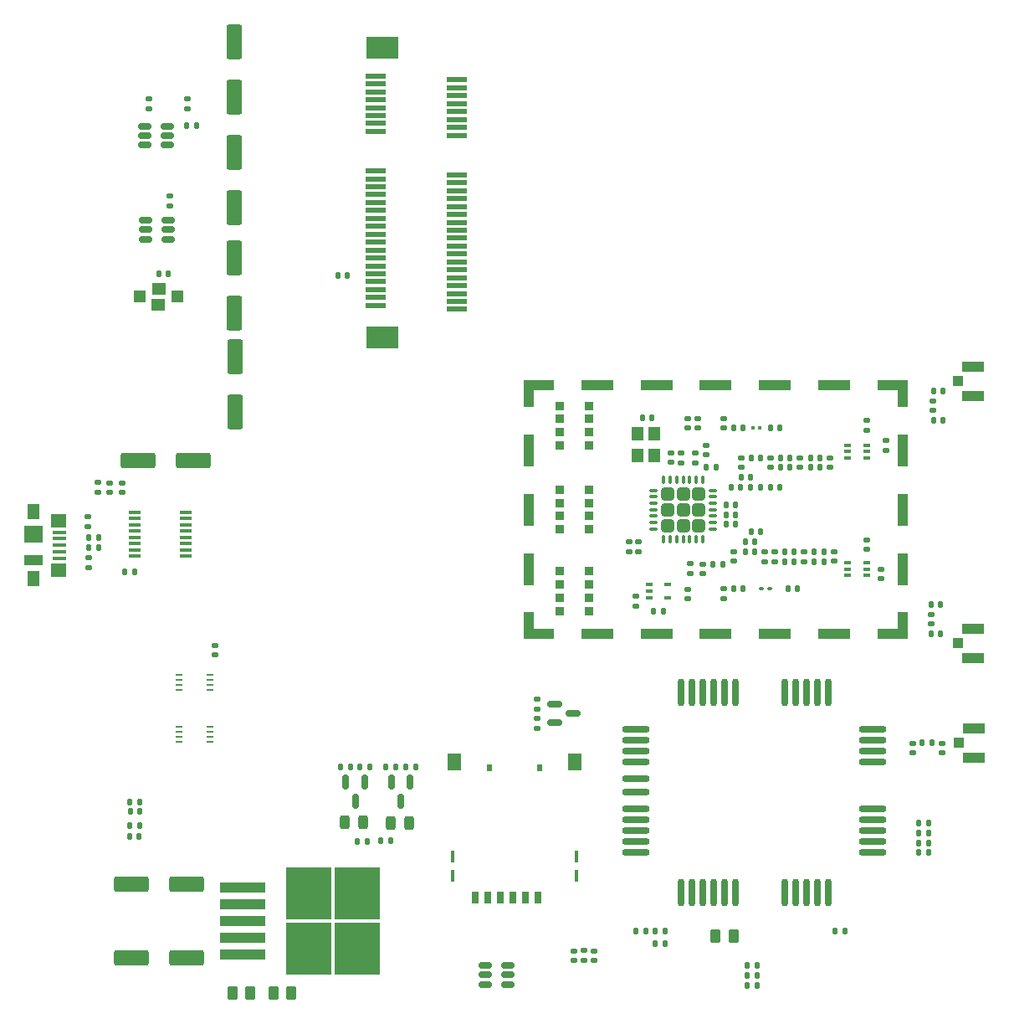
<source format=gtp>
%TF.GenerationSoftware,KiCad,Pcbnew,6.0.4-6f826c9f35~116~ubuntu18.04.1*%
%TF.CreationDate,2022-03-28T11:59:59-03:00*%
%TF.ProjectId,CommBoard,436f6d6d-426f-4617-9264-2e6b69636164,rev?*%
%TF.SameCoordinates,Original*%
%TF.FileFunction,Paste,Top*%
%TF.FilePolarity,Positive*%
%FSLAX46Y46*%
G04 Gerber Fmt 4.6, Leading zero omitted, Abs format (unit mm)*
G04 Created by KiCad (PCBNEW 6.0.4-6f826c9f35~116~ubuntu18.04.1) date 2022-03-28 11:59:59*
%MOMM*%
%LPD*%
G01*
G04 APERTURE LIST*
G04 Aperture macros list*
%AMRoundRect*
0 Rectangle with rounded corners*
0 $1 Rounding radius*
0 $2 $3 $4 $5 $6 $7 $8 $9 X,Y pos of 4 corners*
0 Add a 4 corners polygon primitive as box body*
4,1,4,$2,$3,$4,$5,$6,$7,$8,$9,$2,$3,0*
0 Add four circle primitives for the rounded corners*
1,1,$1+$1,$2,$3*
1,1,$1+$1,$4,$5*
1,1,$1+$1,$6,$7*
1,1,$1+$1,$8,$9*
0 Add four rect primitives between the rounded corners*
20,1,$1+$1,$2,$3,$4,$5,0*
20,1,$1+$1,$4,$5,$6,$7,0*
20,1,$1+$1,$6,$7,$8,$9,0*
20,1,$1+$1,$8,$9,$2,$3,0*%
G04 Aperture macros list end*
%ADD10RoundRect,0.140000X0.170000X-0.140000X0.170000X0.140000X-0.170000X0.140000X-0.170000X-0.140000X0*%
%ADD11R,0.900000X0.900000*%
%ADD12RoundRect,0.147500X-0.172500X0.147500X-0.172500X-0.147500X0.172500X-0.147500X0.172500X0.147500X0*%
%ADD13RoundRect,0.250000X1.500000X0.550000X-1.500000X0.550000X-1.500000X-0.550000X1.500000X-0.550000X0*%
%ADD14RoundRect,0.140000X-0.170000X0.140000X-0.170000X-0.140000X0.170000X-0.140000X0.170000X0.140000X0*%
%ADD15RoundRect,0.250000X0.550000X-1.500000X0.550000X1.500000X-0.550000X1.500000X-0.550000X-1.500000X0*%
%ADD16O,2.800000X0.675000*%
%ADD17O,0.675000X2.800000*%
%ADD18RoundRect,0.250000X-0.550000X1.500000X-0.550000X-1.500000X0.550000X-1.500000X0.550000X1.500000X0*%
%ADD19RoundRect,0.135000X0.185000X-0.135000X0.185000X0.135000X-0.185000X0.135000X-0.185000X-0.135000X0*%
%ADD20RoundRect,0.150000X0.512500X0.150000X-0.512500X0.150000X-0.512500X-0.150000X0.512500X-0.150000X0*%
%ADD21RoundRect,0.140000X-0.140000X-0.170000X0.140000X-0.170000X0.140000X0.170000X-0.140000X0.170000X0*%
%ADD22RoundRect,0.135000X-0.135000X-0.185000X0.135000X-0.185000X0.135000X0.185000X-0.135000X0.185000X0*%
%ADD23RoundRect,0.250000X0.262500X0.450000X-0.262500X0.450000X-0.262500X-0.450000X0.262500X-0.450000X0*%
%ADD24RoundRect,0.150000X-0.150000X0.587500X-0.150000X-0.587500X0.150000X-0.587500X0.150000X0.587500X0*%
%ADD25RoundRect,0.250000X-1.500000X-0.550000X1.500000X-0.550000X1.500000X0.550000X-1.500000X0.550000X0*%
%ADD26RoundRect,0.147500X-0.147500X-0.172500X0.147500X-0.172500X0.147500X0.172500X-0.147500X0.172500X0*%
%ADD27RoundRect,0.150000X-0.587500X-0.150000X0.587500X-0.150000X0.587500X0.150000X-0.587500X0.150000X0*%
%ADD28R,1.200000X0.400000*%
%ADD29R,1.380000X0.450000*%
%ADD30R,1.550000X1.425000*%
%ADD31R,1.300000X1.650000*%
%ADD32R,1.900000X1.000000*%
%ADD33R,1.900000X1.800000*%
%ADD34RoundRect,0.140000X0.140000X0.170000X-0.140000X0.170000X-0.140000X-0.170000X0.140000X-0.170000X0*%
%ADD35RoundRect,0.135000X0.135000X0.185000X-0.135000X0.185000X-0.135000X-0.185000X0.135000X-0.185000X0*%
%ADD36RoundRect,0.147500X0.172500X-0.147500X0.172500X0.147500X-0.172500X0.147500X-0.172500X-0.147500X0*%
%ADD37R,0.700000X0.400000*%
%ADD38RoundRect,0.147500X0.147500X0.172500X-0.147500X0.172500X-0.147500X-0.172500X0.147500X-0.172500X0*%
%ADD39R,1.050000X1.000000*%
%ADD40R,2.200000X1.050000*%
%ADD41RoundRect,0.150000X-0.512500X-0.150000X0.512500X-0.150000X0.512500X0.150000X-0.512500X0.150000X0*%
%ADD42R,2.000000X0.600000*%
%ADD43R,3.200000X2.300000*%
%ADD44R,0.750000X0.250000*%
%ADD45R,0.650000X0.400000*%
%ADD46RoundRect,0.135000X-0.185000X0.135000X-0.185000X-0.135000X0.185000X-0.135000X0.185000X0.135000X0*%
%ADD47R,0.650000X1.150000*%
%ADD48R,0.540000X0.800000*%
%ADD49R,0.450000X1.300000*%
%ADD50R,1.400000X1.700000*%
%ADD51RoundRect,0.249999X-0.395001X0.395001X-0.395001X-0.395001X0.395001X-0.395001X0.395001X0.395001X0*%
%ADD52RoundRect,0.075000X-0.075000X0.312500X-0.075000X-0.312500X0.075000X-0.312500X0.075000X0.312500X0*%
%ADD53RoundRect,0.075000X-0.312500X0.075000X-0.312500X-0.075000X0.312500X-0.075000X0.312500X0.075000X0*%
%ADD54RoundRect,0.250000X-0.262500X-0.450000X0.262500X-0.450000X0.262500X0.450000X-0.262500X0.450000X0*%
%ADD55R,1.200000X1.300000*%
%ADD56R,1.400000X1.300000*%
%ADD57R,4.550000X5.250000*%
%ADD58R,4.600000X1.100000*%
%ADD59RoundRect,0.243750X0.243750X0.456250X-0.243750X0.456250X-0.243750X-0.456250X0.243750X-0.456250X0*%
%ADD60R,1.000000X1.750000*%
%ADD61R,3.300000X1.000000*%
%ADD62R,1.000000X1.000000*%
%ADD63R,1.000000X3.300000*%
%ADD64R,2.100000X1.000000*%
%ADD65R,1.200000X1.400000*%
%ADD66RoundRect,0.090000X-0.139000X-0.090000X0.139000X-0.090000X0.139000X0.090000X-0.139000X0.090000X0*%
%ADD67RoundRect,0.079500X-0.079500X-0.100500X0.079500X-0.100500X0.079500X0.100500X-0.079500X0.100500X0*%
G04 APERTURE END LIST*
D10*
%TO.C,C26*%
X87974744Y-118106233D03*
X87974744Y-117146233D03*
%TD*%
D11*
%TO.C,RN1*%
X84524744Y-62026233D03*
X84524744Y-63366233D03*
X84524744Y-64686233D03*
X84524744Y-66026233D03*
X87524744Y-66026233D03*
X87524744Y-64686233D03*
X87524744Y-63366233D03*
X87524744Y-62026233D03*
%TD*%
D12*
%TO.C,L9*%
X105274744Y-76806233D03*
X105274744Y-77776233D03*
%TD*%
D13*
%TO.C,C21*%
X46774744Y-117876233D03*
X41174744Y-117876233D03*
%TD*%
D14*
%TO.C,C43*%
X97524744Y-80566233D03*
X97524744Y-81526233D03*
%TD*%
D15*
%TO.C,C14*%
X51624744Y-52676233D03*
X51624744Y-47076233D03*
%TD*%
D16*
%TO.C,U8*%
X92274744Y-106076233D03*
X92274744Y-96976233D03*
X92274744Y-98076233D03*
X92274744Y-95876233D03*
X92274744Y-94776233D03*
X92274744Y-99776233D03*
X92274744Y-103876233D03*
D17*
X100124744Y-91026233D03*
X108424744Y-111226233D03*
D16*
X116174744Y-106076233D03*
X92274744Y-107176233D03*
X92274744Y-104976233D03*
X92274744Y-102776233D03*
D17*
X97924744Y-111226233D03*
X107324744Y-111226233D03*
D16*
X92274744Y-101076233D03*
D17*
X99024744Y-91026233D03*
X101224744Y-111226233D03*
X96824744Y-111226233D03*
X102324744Y-111226233D03*
D16*
X116174744Y-104976233D03*
X116174744Y-94776233D03*
D17*
X97924744Y-91026233D03*
D16*
X116174744Y-102776233D03*
D17*
X109524744Y-111226233D03*
D16*
X116174744Y-98076233D03*
X116174744Y-95876233D03*
D17*
X100124744Y-111226233D03*
X108424744Y-91026233D03*
X101224744Y-91026233D03*
X110624744Y-91026233D03*
D16*
X116174744Y-103876233D03*
D17*
X111724744Y-91026233D03*
X111724744Y-111226233D03*
X96824744Y-91026233D03*
X99024744Y-111226233D03*
D16*
X116174744Y-107176233D03*
X116174744Y-96976233D03*
D17*
X102324744Y-91026233D03*
X107324744Y-91026233D03*
X109524744Y-91026233D03*
X110624744Y-111226233D03*
%TD*%
D18*
%TO.C,C16*%
X51674744Y-57026233D03*
X51674744Y-62626233D03*
%TD*%
D10*
%TO.C,C39*%
X98524744Y-64276233D03*
X98524744Y-63316233D03*
%TD*%
D19*
%TO.C,R3*%
X46874744Y-32036233D03*
X46874744Y-31016233D03*
%TD*%
D20*
%TO.C,U4*%
X44812244Y-35676233D03*
X44812244Y-34726233D03*
X44812244Y-33776233D03*
X42537244Y-33776233D03*
X42537244Y-34726233D03*
X42537244Y-35676233D03*
%TD*%
D21*
%TO.C,C60*%
X107644744Y-80526233D03*
X108604744Y-80526233D03*
%TD*%
D22*
%TO.C,R2*%
X41014744Y-104476233D03*
X42034744Y-104476233D03*
%TD*%
D14*
%TO.C,C6*%
X37774744Y-69791233D03*
X37774744Y-70751233D03*
%TD*%
%TO.C,C5*%
X38974744Y-69811233D03*
X38974744Y-70771233D03*
%TD*%
D21*
%TO.C,C49*%
X102124744Y-64276233D03*
X103084744Y-64276233D03*
%TD*%
%TO.C,C25*%
X120894744Y-107226233D03*
X121854744Y-107226233D03*
%TD*%
D22*
%TO.C,R7*%
X36864744Y-75326233D03*
X37884744Y-75326233D03*
%TD*%
D23*
%TO.C,R17*%
X102137244Y-115626233D03*
X100312244Y-115626233D03*
%TD*%
D24*
%TO.C,Q2*%
X69387244Y-100113733D03*
X67487244Y-100113733D03*
X68437244Y-101988733D03*
%TD*%
D25*
%TO.C,C8*%
X41824744Y-67526233D03*
X47424744Y-67526233D03*
%TD*%
D26*
%TO.C,L8*%
X103889744Y-67276233D03*
X104859744Y-67276233D03*
%TD*%
D10*
%TO.C,C7*%
X36824744Y-74226233D03*
X36824744Y-73266233D03*
%TD*%
D22*
%TO.C,R26*%
X64017244Y-106051233D03*
X65037244Y-106051233D03*
%TD*%
D10*
%TO.C,C70*%
X117054744Y-79526233D03*
X117054744Y-78566233D03*
%TD*%
D21*
%TO.C,C58*%
X105874744Y-64276233D03*
X106834744Y-64276233D03*
%TD*%
%TO.C,C28*%
X112414744Y-115176233D03*
X113374744Y-115176233D03*
%TD*%
D27*
%TO.C,Q1*%
X84037244Y-92176233D03*
X84037244Y-94076233D03*
X85912244Y-93126233D03*
%TD*%
D14*
%TO.C,C67*%
X111904744Y-67316233D03*
X111904744Y-68276233D03*
%TD*%
D28*
%TO.C,U5*%
X41524744Y-72803733D03*
X41524744Y-73438733D03*
X41524744Y-74073733D03*
X41524744Y-74708733D03*
X41524744Y-75343733D03*
X41524744Y-75978733D03*
X41524744Y-76613733D03*
X41524744Y-77248733D03*
X46724744Y-77248733D03*
X46724744Y-76613733D03*
X46724744Y-75978733D03*
X46724744Y-75343733D03*
X46724744Y-74708733D03*
X46724744Y-74073733D03*
X46724744Y-73438733D03*
X46724744Y-72803733D03*
%TD*%
D14*
%TO.C,C19*%
X123224744Y-96146233D03*
X123224744Y-97106233D03*
%TD*%
D22*
%TO.C,R24*%
X64327244Y-98551233D03*
X65347244Y-98551233D03*
%TD*%
D21*
%TO.C,C22*%
X120894744Y-104226233D03*
X121854744Y-104226233D03*
%TD*%
D29*
%TO.C,J2*%
X33934744Y-74826233D03*
X33934744Y-75476233D03*
X33934744Y-76126233D03*
X33934744Y-76776233D03*
X33934744Y-77426233D03*
D30*
X33849744Y-73638733D03*
D31*
X31274744Y-72751233D03*
X31274744Y-79501233D03*
D32*
X31274744Y-77676233D03*
D33*
X31274744Y-74976233D03*
D30*
X33849744Y-78613733D03*
%TD*%
D10*
%TO.C,C34*%
X115624744Y-64481233D03*
X115624744Y-63521233D03*
%TD*%
D21*
%TO.C,C65*%
X109924744Y-68276233D03*
X110884744Y-68276233D03*
%TD*%
D18*
%TO.C,C4*%
X51574744Y-25226233D03*
X51574744Y-30826233D03*
%TD*%
D21*
%TO.C,C62*%
X107294744Y-76776233D03*
X108254744Y-76776233D03*
%TD*%
D34*
%TO.C,C2*%
X41984744Y-105576233D03*
X41024744Y-105576233D03*
%TD*%
D35*
%TO.C,R1*%
X42024744Y-102076233D03*
X41004744Y-102076233D03*
%TD*%
D22*
%TO.C,R8*%
X36874744Y-76376233D03*
X37894744Y-76376233D03*
%TD*%
D36*
%TO.C,L4*%
X99374744Y-66996233D03*
X99374744Y-66026233D03*
%TD*%
D19*
%TO.C,R4*%
X42974744Y-32026233D03*
X42974744Y-31006233D03*
%TD*%
D14*
%TO.C,C63*%
X108874744Y-67296233D03*
X108874744Y-68256233D03*
%TD*%
D35*
%TO.C,R14*%
X95244744Y-116376233D03*
X94224744Y-116376233D03*
%TD*%
D10*
%TO.C,C17*%
X49624744Y-87206233D03*
X49624744Y-86246233D03*
%TD*%
D37*
%TO.C,U12*%
X113674744Y-77876233D03*
X113674744Y-78526233D03*
X113674744Y-79176233D03*
X115574744Y-79176233D03*
X115574744Y-78526233D03*
X115574744Y-77876233D03*
%TD*%
D21*
%TO.C,C50*%
X105874744Y-70276233D03*
X106834744Y-70276233D03*
%TD*%
D26*
%TO.C,L13*%
X110289744Y-77776233D03*
X111259744Y-77776233D03*
%TD*%
D34*
%TO.C,C13*%
X41504744Y-78826233D03*
X40544744Y-78826233D03*
%TD*%
D21*
%TO.C,C72*%
X122114744Y-82101233D03*
X123074744Y-82101233D03*
%TD*%
D10*
%TO.C,C30*%
X98274744Y-67776233D03*
X98274744Y-66816233D03*
%TD*%
D38*
%TO.C,L7*%
X104259744Y-75776233D03*
X103289744Y-75776233D03*
%TD*%
D39*
%TO.C,J13*%
X124799744Y-59551233D03*
D40*
X126324744Y-58076233D03*
X126324744Y-61026233D03*
%TD*%
D41*
%TO.C,D2*%
X76974744Y-118626233D03*
X76974744Y-119576233D03*
X76974744Y-120526233D03*
X79249744Y-120526233D03*
X79249744Y-119576233D03*
X79249744Y-118626233D03*
%TD*%
D10*
%TO.C,C47*%
X101124744Y-64276233D03*
X101124744Y-63316233D03*
%TD*%
D14*
%TO.C,C48*%
X101124744Y-80546233D03*
X101124744Y-81506233D03*
%TD*%
D42*
%TO.C,U2*%
X65949744Y-28676233D03*
X74149744Y-29076233D03*
X65949744Y-29476233D03*
X74149744Y-29876233D03*
X65949744Y-30276233D03*
X74149744Y-30676233D03*
X65949744Y-31076233D03*
X74149744Y-31476233D03*
X65949744Y-31876233D03*
X74149744Y-32276233D03*
X65949744Y-32676233D03*
X74149744Y-33076233D03*
X65949744Y-33476233D03*
X74149744Y-33876233D03*
X65949744Y-34276233D03*
X74149744Y-34676233D03*
X65949744Y-38276233D03*
X74149744Y-38676233D03*
X65949744Y-39076233D03*
X74149744Y-39476233D03*
X65949744Y-39876233D03*
X74149744Y-40276233D03*
X65949744Y-40676233D03*
X74149744Y-41076233D03*
X65949744Y-41476233D03*
X74149744Y-41876233D03*
X65949744Y-42276233D03*
X74149744Y-42676233D03*
X65949744Y-43076233D03*
X74149744Y-43476233D03*
X65949744Y-43876233D03*
X74149744Y-44276233D03*
X65949744Y-44676233D03*
X74149744Y-45076233D03*
X65949744Y-45476233D03*
X74149744Y-45876233D03*
X65949744Y-46276233D03*
X74149744Y-46676233D03*
X65949744Y-47076233D03*
X74149744Y-47476233D03*
X65949744Y-47876233D03*
X74149744Y-48276233D03*
X65949744Y-48676233D03*
X74149744Y-49076233D03*
X65949744Y-49476233D03*
X74149744Y-49876233D03*
X65949744Y-50276233D03*
X74149744Y-50676233D03*
X65949744Y-51076233D03*
X74149744Y-51476233D03*
X65949744Y-51876233D03*
X74149744Y-52276233D03*
D43*
X66549744Y-55126233D03*
X66549744Y-25826233D03*
%TD*%
D14*
%TO.C,C57*%
X105849744Y-67276233D03*
X105849744Y-68236233D03*
%TD*%
D35*
%TO.C,R19*%
X104484744Y-120626233D03*
X103464744Y-120626233D03*
%TD*%
D11*
%TO.C,RN2*%
X84524744Y-70526233D03*
X84524744Y-71866233D03*
X84524744Y-73186233D03*
X84524744Y-74526233D03*
X87524744Y-74526233D03*
X87524744Y-73186233D03*
X87524744Y-71866233D03*
X87524744Y-70526233D03*
%TD*%
D21*
%TO.C,C74*%
X122139744Y-85051233D03*
X123099744Y-85051233D03*
%TD*%
%TO.C,C51*%
X102894744Y-69276233D03*
X103854744Y-69276233D03*
%TD*%
D26*
%TO.C,L12*%
X109904744Y-67276233D03*
X110874744Y-67276233D03*
%TD*%
D21*
%TO.C,C61*%
X106889744Y-68276233D03*
X107849744Y-68276233D03*
%TD*%
%TO.C,C24*%
X120894744Y-106226233D03*
X121854744Y-106226233D03*
%TD*%
D44*
%TO.C,U7*%
X46024744Y-94476233D03*
X46024744Y-94976233D03*
X46024744Y-95476233D03*
X46024744Y-95976233D03*
X49124744Y-95976233D03*
X49124744Y-95476233D03*
X49124744Y-94976233D03*
X49124744Y-94476233D03*
%TD*%
D35*
%TO.C,R20*%
X104494744Y-119626233D03*
X103474744Y-119626233D03*
%TD*%
D34*
%TO.C,C45*%
X95004744Y-82776233D03*
X94044744Y-82776233D03*
%TD*%
D14*
%TO.C,C53*%
X102174744Y-76796233D03*
X102174744Y-77756233D03*
%TD*%
D21*
%TO.C,C46*%
X100044744Y-78026233D03*
X101004744Y-78026233D03*
%TD*%
D39*
%TO.C,J10*%
X124949744Y-96101233D03*
D40*
X126474744Y-94626233D03*
X126474744Y-97576233D03*
%TD*%
D45*
%TO.C,U10*%
X93574744Y-80126233D03*
X93574744Y-80776233D03*
X93574744Y-81426233D03*
X95474744Y-81426233D03*
X95474744Y-80126233D03*
%TD*%
D10*
%TO.C,C27*%
X86974744Y-118086233D03*
X86974744Y-117126233D03*
%TD*%
D46*
%TO.C,R5*%
X45074744Y-40806233D03*
X45074744Y-41826233D03*
%TD*%
D21*
%TO.C,C73*%
X122364744Y-60526233D03*
X123324744Y-60526233D03*
%TD*%
D10*
%TO.C,C29*%
X85974744Y-118106233D03*
X85974744Y-117146233D03*
%TD*%
D26*
%TO.C,L11*%
X107289744Y-77776233D03*
X108259744Y-77776233D03*
%TD*%
D22*
%TO.C,R25*%
X62327244Y-98551233D03*
X63347244Y-98551233D03*
%TD*%
D47*
%TO.C,J11*%
X77219744Y-111746233D03*
X79759744Y-111746233D03*
X82299744Y-111746233D03*
X75949744Y-111746233D03*
X78489744Y-111746233D03*
X81029744Y-111746233D03*
D48*
X77429744Y-98596233D03*
D49*
X86244744Y-107576233D03*
X73704744Y-107576233D03*
D48*
X82509744Y-98596233D03*
D50*
X73869744Y-98016233D03*
D49*
X73704744Y-109576233D03*
X86244744Y-109576233D03*
D50*
X86079744Y-98016233D03*
%TD*%
D38*
%TO.C,L2*%
X100344744Y-68276233D03*
X99374744Y-68276233D03*
%TD*%
D26*
%TO.C,L10*%
X106864744Y-67276233D03*
X107834744Y-67276233D03*
%TD*%
D51*
%TO.C,U9*%
X98624744Y-72526233D03*
X95424744Y-74126233D03*
X95424744Y-72526233D03*
X97024744Y-70926233D03*
X95424744Y-70926233D03*
X97024744Y-74126233D03*
X98624744Y-70926233D03*
X97024744Y-72526233D03*
X98624744Y-74126233D03*
D52*
X98974744Y-69538733D03*
X98324744Y-69538733D03*
X97674744Y-69538733D03*
X97024744Y-69538733D03*
X96374744Y-69538733D03*
X95724744Y-69538733D03*
X95074744Y-69538733D03*
D53*
X94037244Y-70576233D03*
X94037244Y-71226233D03*
X94037244Y-71876233D03*
X94037244Y-72526233D03*
X94037244Y-73176233D03*
X94037244Y-73826233D03*
X94037244Y-74476233D03*
D52*
X95074744Y-75513733D03*
X95724744Y-75513733D03*
X96374744Y-75513733D03*
X97024744Y-75513733D03*
X97674744Y-75513733D03*
X98324744Y-75513733D03*
X98974744Y-75513733D03*
D53*
X100012244Y-74476233D03*
X100012244Y-73826233D03*
X100012244Y-73176233D03*
X100012244Y-72526233D03*
X100012244Y-71876233D03*
X100012244Y-71226233D03*
X100012244Y-70576233D03*
%TD*%
D19*
%TO.C,R10*%
X82287244Y-92696233D03*
X82287244Y-91676233D03*
%TD*%
D39*
%TO.C,J14*%
X124799744Y-86026233D03*
D40*
X126324744Y-87501233D03*
X126324744Y-84551233D03*
%TD*%
D12*
%TO.C,L1*%
X40224744Y-69806233D03*
X40224744Y-70776233D03*
%TD*%
D35*
%TO.C,R18*%
X104494744Y-118626233D03*
X103474744Y-118626233D03*
%TD*%
D14*
%TO.C,C9*%
X36874744Y-77396233D03*
X36874744Y-78356233D03*
%TD*%
D35*
%TO.C,R11*%
X93224744Y-115126233D03*
X92204744Y-115126233D03*
%TD*%
D21*
%TO.C,C56*%
X103894744Y-74776233D03*
X104854744Y-74776233D03*
%TD*%
D37*
%TO.C,U11*%
X113674744Y-66001233D03*
X113674744Y-66651233D03*
X113674744Y-67301233D03*
X115574744Y-67301233D03*
X115574744Y-66651233D03*
X115574744Y-66001233D03*
%TD*%
D21*
%TO.C,C71*%
X122364744Y-63526233D03*
X123324744Y-63526233D03*
%TD*%
D34*
%TO.C,C32*%
X93854744Y-63276233D03*
X92894744Y-63276233D03*
%TD*%
D54*
%TO.C,R15*%
X51399744Y-121376233D03*
X53224744Y-121376233D03*
%TD*%
D13*
%TO.C,C18*%
X46774744Y-110376233D03*
X41174744Y-110376233D03*
%TD*%
D20*
%TO.C,U3*%
X44912244Y-45176233D03*
X44912244Y-44226233D03*
X44912244Y-43276233D03*
X42637244Y-43276233D03*
X42637244Y-44226233D03*
X42637244Y-45176233D03*
%TD*%
D46*
%TO.C,R27*%
X97774744Y-78006233D03*
X97774744Y-79026233D03*
%TD*%
D35*
%TO.C,R23*%
X67457244Y-106026233D03*
X66437244Y-106026233D03*
%TD*%
D34*
%TO.C,C10*%
X44934744Y-48676233D03*
X43974744Y-48676233D03*
%TD*%
D21*
%TO.C,C36*%
X101394744Y-73026233D03*
X102354744Y-73026233D03*
%TD*%
D22*
%TO.C,R21*%
X68927244Y-98551233D03*
X69947244Y-98551233D03*
%TD*%
D10*
%TO.C,C64*%
X109274744Y-77776233D03*
X109274744Y-76816233D03*
%TD*%
D55*
%TO.C,C12*%
X45834744Y-50966233D03*
D56*
X43974744Y-50166233D03*
X43934744Y-51776233D03*
D55*
X42054744Y-50966233D03*
%TD*%
D10*
%TO.C,C59*%
X106274744Y-77776233D03*
X106274744Y-76816233D03*
%TD*%
D57*
%TO.C,U6*%
X59174744Y-116901233D03*
X64024744Y-116901233D03*
X64024744Y-111351233D03*
X59174744Y-111351233D03*
D58*
X52449744Y-110726233D03*
X52449744Y-112426233D03*
X52449744Y-114126233D03*
X52449744Y-115826233D03*
X52449744Y-117526233D03*
%TD*%
D22*
%TO.C,R22*%
X66927244Y-98551233D03*
X67947244Y-98551233D03*
%TD*%
D10*
%TO.C,C38*%
X97524744Y-64256233D03*
X97524744Y-63296233D03*
%TD*%
D35*
%TO.C,R6*%
X47784744Y-33726233D03*
X46764744Y-33726233D03*
%TD*%
D21*
%TO.C,C55*%
X103294744Y-76776233D03*
X104254744Y-76776233D03*
%TD*%
D54*
%TO.C,R16*%
X55562244Y-121376233D03*
X57387244Y-121376233D03*
%TD*%
D10*
%TO.C,C54*%
X102874744Y-68256233D03*
X102874744Y-67296233D03*
%TD*%
D19*
%TO.C,R12*%
X82287244Y-94676233D03*
X82287244Y-93656233D03*
%TD*%
D10*
%TO.C,C41*%
X115599744Y-76526233D03*
X115599744Y-75566233D03*
%TD*%
D36*
%TO.C,L15*%
X122099744Y-84076233D03*
X122099744Y-83106233D03*
%TD*%
D21*
%TO.C,C23*%
X120894744Y-105226233D03*
X121854744Y-105226233D03*
%TD*%
%TO.C,C1*%
X41064744Y-103076233D03*
X42024744Y-103076233D03*
%TD*%
D12*
%TO.C,L5*%
X99024744Y-78026233D03*
X99024744Y-78996233D03*
%TD*%
D21*
%TO.C,C66*%
X110294744Y-76776233D03*
X111254744Y-76776233D03*
%TD*%
D14*
%TO.C,C69*%
X117524744Y-65566233D03*
X117524744Y-66526233D03*
%TD*%
D21*
%TO.C,C52*%
X102144744Y-80526233D03*
X103104744Y-80526233D03*
%TD*%
D59*
%TO.C,D3*%
X64612244Y-104151233D03*
X62737244Y-104151233D03*
%TD*%
%TO.C,D1*%
X69312244Y-104226233D03*
X67437244Y-104226233D03*
%TD*%
D44*
%TO.C,U1*%
X46024744Y-89276233D03*
X46024744Y-89776233D03*
X46024744Y-90276233D03*
X46024744Y-90776233D03*
X49124744Y-90776233D03*
X49124744Y-90276233D03*
X49124744Y-89776233D03*
X49124744Y-89276233D03*
%TD*%
D60*
%TO.C,J15*%
X81374744Y-61301233D03*
X119274744Y-83751233D03*
D61*
X94324744Y-85126233D03*
X88324744Y-85126233D03*
X112324744Y-59926233D03*
D62*
X81374744Y-85126233D03*
D63*
X119274744Y-72526233D03*
D61*
X100324744Y-85126233D03*
D63*
X81374744Y-72526233D03*
D64*
X117724744Y-59926233D03*
X82924744Y-59926233D03*
D61*
X100324744Y-59926233D03*
D63*
X81374744Y-66526233D03*
X81374744Y-78526233D03*
D62*
X119274744Y-85126233D03*
D61*
X106324744Y-85126233D03*
D62*
X119274744Y-59926233D03*
D60*
X119274744Y-61301233D03*
X81374744Y-83751233D03*
D61*
X94324744Y-59926233D03*
D64*
X82924744Y-85126233D03*
D63*
X119274744Y-66526233D03*
D64*
X117724744Y-85126233D03*
D61*
X112324744Y-85126233D03*
D63*
X119274744Y-78526233D03*
D62*
X81374744Y-59926233D03*
D61*
X106324744Y-59926233D03*
X88324744Y-59926233D03*
%TD*%
D10*
%TO.C,C68*%
X112274744Y-77756233D03*
X112274744Y-76796233D03*
%TD*%
D14*
%TO.C,C20*%
X120224744Y-96146233D03*
X120224744Y-97106233D03*
%TD*%
D15*
%TO.C,C3*%
X51574744Y-42026233D03*
X51574744Y-36426233D03*
%TD*%
D14*
%TO.C,C42*%
X92524744Y-75796233D03*
X92524744Y-76756233D03*
%TD*%
D65*
%TO.C,Y1*%
X92424744Y-64826233D03*
X92424744Y-67026233D03*
X94124744Y-67026233D03*
X94124744Y-64826233D03*
%TD*%
D26*
%TO.C,L6*%
X103874744Y-70276233D03*
X104844744Y-70276233D03*
%TD*%
D66*
%TO.C,R29*%
X104962244Y-80526233D03*
X105827244Y-80526233D03*
%TD*%
D26*
%TO.C,L3*%
X101874744Y-70276233D03*
X102844744Y-70276233D03*
%TD*%
D21*
%TO.C,C35*%
X101394744Y-74026233D03*
X102354744Y-74026233D03*
%TD*%
D24*
%TO.C,Q3*%
X64787244Y-100113733D03*
X62887244Y-100113733D03*
X63837244Y-101988733D03*
%TD*%
D22*
%TO.C,R9*%
X121214744Y-96126233D03*
X122234744Y-96126233D03*
%TD*%
D21*
%TO.C,C44*%
X101394744Y-72026233D03*
X102354744Y-72026233D03*
%TD*%
D11*
%TO.C,RN3*%
X84524744Y-78776233D03*
X84524744Y-80116233D03*
X84524744Y-81436233D03*
X84524744Y-82776233D03*
X87524744Y-82776233D03*
X87524744Y-81436233D03*
X87524744Y-80116233D03*
X87524744Y-78776233D03*
%TD*%
D12*
%TO.C,L14*%
X122324744Y-61541233D03*
X122324744Y-62511233D03*
%TD*%
D34*
%TO.C,C11*%
X63034744Y-48876233D03*
X62074744Y-48876233D03*
%TD*%
D67*
%TO.C,R28*%
X104099744Y-64276233D03*
X104789744Y-64276233D03*
%TD*%
D14*
%TO.C,C40*%
X92274744Y-81316233D03*
X92274744Y-82276233D03*
%TD*%
%TO.C,C31*%
X95774744Y-66796233D03*
X95774744Y-67756233D03*
%TD*%
D35*
%TO.C,R13*%
X95244744Y-115126233D03*
X94224744Y-115126233D03*
%TD*%
D10*
%TO.C,C33*%
X96774744Y-67776233D03*
X96774744Y-66816233D03*
%TD*%
D14*
%TO.C,C37*%
X91524744Y-75796233D03*
X91524744Y-76756233D03*
%TD*%
M02*

</source>
